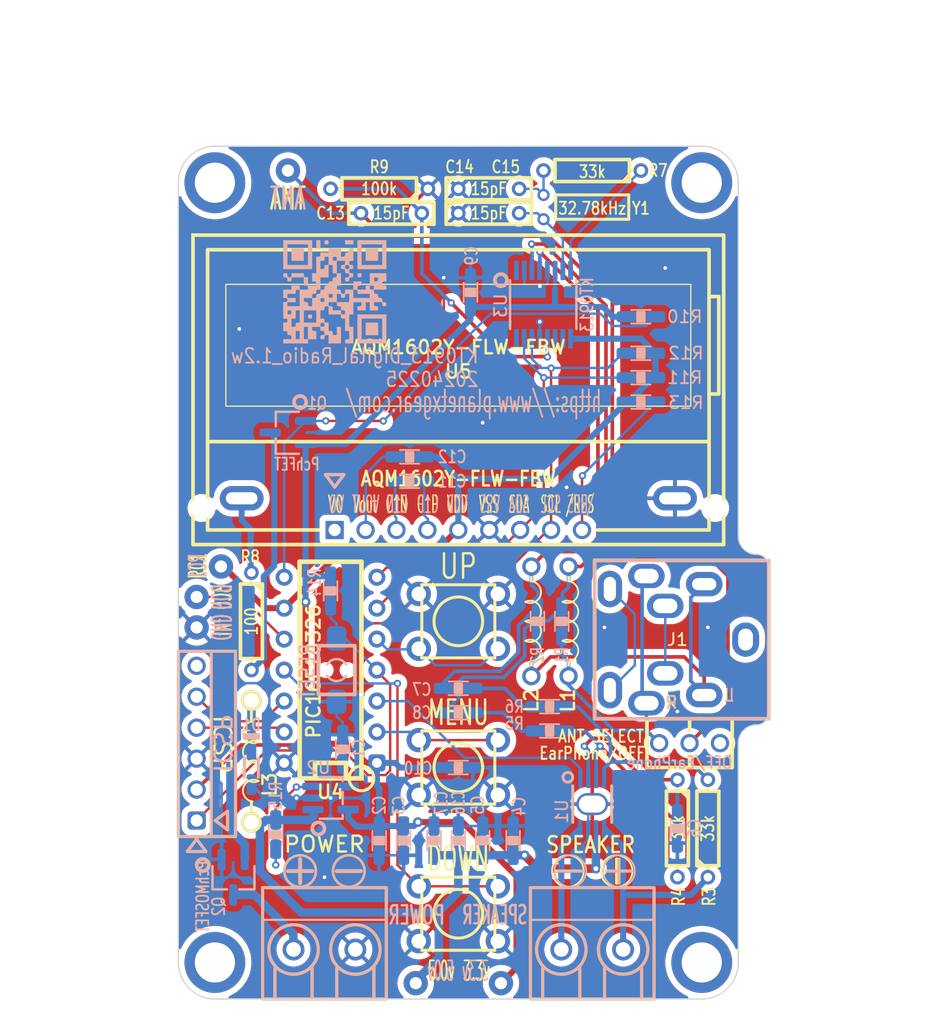
<source format=kicad_pcb>
(kicad_pcb (version 20221018) (generator pcbnew)
  (layers (0 "F.Cu" signal) (31 "B.Cu" signal) (34 "B.Paste" user) (35 "F.Paste" user) (36 "B.SilkS" user "B.Silkscreen") (37 "F.SilkS" user "F.Silkscreen") (38 "B.Mask" user) (39 "F.Mask" user) (44 "Edge.Cuts" user))
  (net 0 "")
  (net 1 "GND")
  (net 2 "+5.0V")
  (net 3 "+3.3V")
  (net 4 "Net-(U3-XI{slash}RCLK)")
  (net 5 "Net-(C8-Pad2)")
  (net 6 "Net-(C7-Pad2)")
  (net 7 "/POWER_RADIO_LCD")
  (net 8 "Net-(U5-VOUT)")
  (net 9 "Net-(U5-CAP1N)")
  (net 10 "Net-(U5-CAP1P)")
  (net 11 "/MCLR")
  (net 12 "/ICSPDATA")
  (net 13 "/ICSPCLK")
  (net 15 "unconnected-(J1-L2-Pad4)")
  (net 16 "unconnected-(J1-R2-Pad5)")
  (net 21 "/POWER_BackLight")
  (net 22 "/PBL1")
  (net 23 "/SP2")
  (net 24 "Net-(U3-XO)")
  (net 25 "/PBL2")
  (net 26 "/SDA")
  (net 27 "/SCL")
  (net 28 "Net-(U5-~{RST})")
  (net 29 "/SP1")
  (net 30 "/POWER_AMP")
  (net 37 "Net-(C15-Pad2)")
  (net 38 "/ANT2")
  (net 39 "/ANT1")
  (net 40 "/Rout1")
  (net 41 "/Lout1")
  (net 42 "/ANT3")
  (net 43 "/Lout2")
  (net 44 "Net-(U1-Bypass)")
  (net 45 "Net-(U1-IN-)")
  (net 46 "Net-(U1-IN+)")
  (net 47 "Net-(CN1-VCC)")
  (net 49 "Net-(U4-RA5)")
  (net 50 "Net-(U4-RC5)")
  (net 51 "Net-(U4-RA2)")
  (net 52 "Net-(PAD10-P)")
  (net 53 "Net-(D1-K)")
  (net 54 "Net-(U2-NC)")
  (net 55 "Net-(U2-CNTL)")
  (footprint "lib:DIP-14_300_MU" (layer "F.Cu") (at 112.5 93 90)
    (fp_text reference "U4")
    (fp_text value "PIC16F18326")
  )
  (footprint "lib:SW_PUSH-6mm_AK" (layer "F.Cu") (at 123 101)
    (fp_text reference "SW1" hide)
    (fp_text value "MENU")
  )
  (footprint "lib:PAD3mmX5mm" (layer "F.Cu") (at 143 53)
    (fp_text reference "PAD1" hide)
    (fp_text value "PAD" hide)
  )
  (footprint "lib:PAD1mmX2m" (layer "F.Cu") (at 109 52)
    (fp_text reference "ANT1" hide)
    (fp_text value "ANT")
  )
  (footprint "lib:JUMPER1-3" (layer "F.Cu") (at 139.5 99)
    (fp_text reference "JUMPER1" hide)
    (fp_text value "ANT SELECT")
  )
  (footprint "lib:PAD3mmX5mm" (layer "F.Cu") (at 103 117)
    (fp_text reference "PAD3" hide)
    (fp_text value "PAD" hide)
  )
  (footprint "lib:PAD1mmX2m" (layer "F.Cu") (at 101.5 87)
    (fp_text reference "PAD10" hide)
    (fp_text value "RC0")
  )
  (footprint "lib:PAD1mmX2m" (layer "F.Cu") (at 119.5 118.7)
    (fp_text reference "PAD6" hide)
    (fp_text value "5.0v")
  )
  (footprint "lib:R4_MU8mm" (layer "F.Cu") (at 143.5 110 90)
    (fp_text reference "R3")
    (fp_text value "33k")
  )
  (footprint "lib:L4_MU9mm" (layer "F.Cu") (at 132.059921 93.5 90)
    (fp_text reference "L1")
    (fp_text value "100uH" hide)
  )
  (footprint "lib:SW_PUSH-6mm_AK" (layer "F.Cu") (at 123 113)
    (fp_text reference "SW3" hide)
    (fp_text value "DOWN")
  )
  (footprint "lib:L4_MU9mm" (layer "F.Cu") (at 129 93.5 90)
    (fp_text reference "L2")
    (fp_text value "100uH" hide)
  )
  (footprint "lib:X_TAL_VT200" (layer "F.Cu") (at 130 55 -90)
    (fp_text reference "Y1")
    (fp_text value "32.78kHz")
  )
  (footprint "lib:R4_MU8mm" (layer "F.Cu") (at 138 52 180)
    (fp_text reference "R7")
    (fp_text value "33k")
  )
  (footprint "lib:PAD1mmX2m" (layer "F.Cu") (at 103.5 84.5)
    (fp_text reference "PAD5" hide)
    (fp_text value "RC1")
  )
  (footprint "lib:SW_PUSH-6mm_AK" (layer "F.Cu") (at 123 89 180)
    (fp_text reference "SW2" hide)
    (fp_text value "UP")
  )
  (footprint "lib:PAD3mmX5mm" (layer "F.Cu") (at 143 117)
    (fp_text reference "PAD4" hide)
    (fp_text value "PAD" hide)
  )
  (footprint "lib:C2_MU5mm" (layer "F.Cu") (at 120 55.5 180)
    (fp_text reference "C13")
    (fp_text value "15pF")
  )
  (footprint "lib:TERMINAL_2P_POWER" (layer "F.Cu") (at 112 120)
    (fp_text reference "CN1" hide)
    (fp_text value "POWER")
  )
  (footprint "lib:PAD1mmX2m" (layer "F.Cu") (at 101.5 89.5 -90)
    (fp_text reference "PAD8" hide)
    (fp_text value "GND")
  )
  (footprint "lib:JACK_EarPhone_MJ-352W-C_R" (layer "F.Cu") (at 148.5 90.5)
    (fp_text reference "J1")
    (fp_text value "MJ-352W-C/AJ-1780\n" hide)
  )
  (footprint "lib:L4_MU10mm" (layer "F.Cu") (at 106 95.5 -90)
    (fp_text reference "L3")
    (fp_text value "100uH" hide)
  )
  (footprint "lib:PAD3mmX5mm" (layer "F.Cu") (at 103 53)
    (fp_text reference "PAD2" hide)
    (fp_text value "PAD" hide)
  )
  (footprint "lib:C2_MU5mm" (layer "F.Cu") (at 123 53.5)
    (fp_text reference "C15")
    (fp_text value "15pF")
  )
  (footprint "lib:C2_MU5mm" (layer "F.Cu") (at 123 55.5)
    (fp_text reference "C14")
    (fp_text value "15pF")
  )
  (footprint "lib:LCD_AQM1602Y-FLW-FBW" (layer "F.Cu") (at 123 81.5)
    (fp_text reference "U5")
    (fp_text value "AQM1602Y-FLW-FBW")
  )
  (footprint "lib:R4_MU8mm" (layer "F.Cu") (at 141 102 -90)
    (fp_text reference "R4")
    (fp_text value "33k")
  )
  (footprint "lib:PAD1mmX2m" (layer "F.Cu") (at 126.5 118.7 90)
    (fp_text reference "PAD7" hide)
    (fp_text value "3.3v")
  )
  (footprint "lib:R4_MU8mm" (layer "F.Cu") (at 120.5 53.5 180)
    (fp_text reference "R9")
    (fp_text value "100k")
  )
  (footprint "lib:R4_MU8mm" (layer "F.Cu") (at 106 85 -90)
    (fp_text reference "R8")
    (fp_text value "100")
  )
  (footprint "lib:QHP_PlanetxGear" (layer "F.Cu") (at 93.5 83.5)
    (fp_text reference "O2" hide)
    (fp_text value "QHP_PlanetxGear" hide)
  )
  (footprint "lib:SMD_0603_1608_MU_HandSolder" (layer "B.Cu") (at 112.5 86.5 90)
    (fp_text reference "R14")
    (fp_text value "10k" hide)
  )
  (footprint "lib:SMD_0603_1608_MU_HandSolder" (layer "B.Cu") (at 138 64 180)
    (fp_text reference "R10")
    (fp_text value "10k" hide)
  )
  (footprint "lib:SMD_0603_1608_MU_HandSolder" (layer "B.Cu") (at 119 77.5)
    (fp_text reference "C11")
    (fp_text value "1uF" hide)
  )
  (footprint "lib:SMD_0603_1608_MU_HandSolder" (layer "B.Cu") (at 138 69 180)
    (fp_text reference "R11")
    (fp_text value "10k" hide)
  )
  (footprint "lib:SMD_0603_1608_MU_HandSolder" (layer "B.Cu") (at 123 96.5)
    (fp_text reference "C8")
    (fp_text value "1uF" hide)
  )
  (footprint "lib:SC-76A" (layer "B.Cu") (at 106 101 -90)
    (fp_text reference "D1")
    (fp_text value "HZU6.8GTRF-P-E" hide)
  )
  (footprint "lib:QR_PlanetxGear" (layer "B.Cu") (at 112.85 61.95 180)
    (fp_text reference "O1" hide)
    (fp_text value "QR_PlanetxGear" hide)
  )
  (footprint "lib:SMD_0603_1608_MU_HandSolder" (layer "B.Cu") (at 124 62 -90)
    (fp_text reference "C9")
    (fp_text value "1uF" hide)
  )
  (footprint "lib:SMD_0603_1608_MU_HandSolder" (layer "B.Cu") (at 108 106.5 90)
    (fp_text reference "R15")
    (fp_text value "10k" hide)
  )
  (footprint "lib:MSOP-8_3x3mm_P0.65mm_EP1.8x2.6mm_ThermalVias" (layer "B.Cu") (at 134 104 -90)
    (fp_text reference "U1")
    (fp_text value "NJU7089R" hide)
  )
  (footprint "lib:SSOP-16_MU_3.9x4.9mm_P0.635mm" (layer "B.Cu") (at 130 63 -90)
    (fp_text reference "U3")
    (fp_text value "KT0913")
  )
  (footprint "lib:SMD_0603_1608_MU_HandSolder" (layer "B.Cu") (at 116.5 107 -90)
    (fp_text reference "C2")
    (fp_text value "1uF" hide)
  )
  (footprint "lib:SMD_0603_1608_MU_HandSolder" (layer "B.Cu") (at 138 71 180)
    (fp_text reference "R13")
    (fp_text value "10k" hide)
  )
  (footprint "lib:PINHEAD1-PICkit_ICSP_Tin" (layer "B.Cu") (at 101.5 99 90)
    (fp_text reference "CN2" hide)
    (fp_text value "CN-ICSP" hide)
  )
  (footprint "lib:SMD_0603_1608_MU_HandSolder" (layer "B.Cu") (at 118.5 107 -90)
    (fp_text reference "C3")
    (fp_text value "1uF" hide)
  )
  (footprint "lib:SMD_0603_1608_MU_HandSolder" (layer "B.Cu") (at 113.5 99.5 90)
    (fp_text reference "C1")
    (fp_text value "1uF" hide)
  )
  (footprint "lib:SMD_0603_1608_MU_HandSolder" (layer "B.Cu") (at 130.5 96 180)
    (fp_text reference "R6")
    (fp_text value "10k" hide)
  )
  (footprint "lib:SMD_0603_1608_MU_HandSolder" (layer "B.Cu") (at 131.5 89 90)
    (fp_text reference "R1")
    (fp_text value "10k" hide)
  )
  (footprint "lib:SW_PUSH_TVAF06-A020B-R" (layer "B.Cu") (at 113 93 -90)
    (fp_text reference "SW4" hide)
    (fp_text value "RESET")
  )
  (footprint "lib:SMD_0603_1608_MU_HandSolder" (layer "B.Cu") (at 129.5 89 90)
    (fp_text reference "R2")
    (fp_text value "10k" hide)
  )
  (footprint "lib:SMD_0603_1608_MU_HandSolder" (layer "B.Cu") (at 127.5 107 -90)
    (fp_text reference "C4")
    (fp_text value "1uF" hide)
  )
  (footprint "lib:TERMINAL_2P" (layer "B.Cu") (at 134 120 180)
    (fp_text reference "SP1" hide)
    (fp_text value "SPEAKER")
  )
  (footprint "lib:SMD_0603_1608_MU_HandSolder" (layer "B.Cu") (at 138 67 180)
    (fp_text reference "R12")
    (fp_text value "10k" hide)
  )
  (footprint "lib:SMD_0603_1608_MU_HandSolder" (layer "B.Cu") (at 130.5 98 180)
    (fp_text reference "R5")
    (fp_text value "10k" hide)
  )
  (footprint "lib:SMD_0603_1608_MU_HandSolder" (layer "B.Cu") (at 123 107 90)
    (fp_text reference "C16")
    (fp_text value "1uF" hide)
  )
  (footprint "lib:SOT-23-3_MU_Handsoldering" (layer "B.Cu") (at 109 73.5 180)
    (fp_text reference "Q1")
    (fp_text value "SSM3J332R" hide)
  )
  (footprint "lib:SMD_0603_1608_MU_HandSolder" (layer "B.Cu") (at 141 106 -90)
    (fp_text reference "C6")
    (fp_text value "1uF" hide)
  )
  (footprint "lib:SOT-23-3_MU_Handsoldering" (layer "B.Cu") (at 104.5 110 -90)
    (fp_text reference "Q2")
    (fp_text value "SSM3J332R" hide)
  )
  (footprint "lib:SMD_0603_1608_MU_HandSolder" (layer "B.Cu") (at 121 107 90)
    (fp_text reference "C17")
    (fp_text value "1uF" hide)
  )
  (footprint "lib:SMD_0603_1608_MU_HandSolder" (layer "B.Cu") (at 123 101)
    (fp_text reference "C10")
    (fp_text value "1uF" hide)
  )
  (footprint "lib:SMD_0603_1608_MU_HandSolder" (layer "B.Cu") (at 119 75.5 180)
    (fp_text reference "C12")
    (fp_text value "1uF" hide)
  )
  (footprint "lib:SOT-23-5_MU_HandSoldering" (layer "B.Cu") (at 112.5 103.5)
    (fp_text reference "U2")
    (fp_text value "NJM2866F33")
  )
  (footprint "lib:SMD_0603_1608_MU_HandSolder" (layer "B.Cu") (at 125 107 -90)
    (fp_text reference "C5")
    (fp_text value "1uF" hide)
  )
  (footprint "lib:SMD_0603_1608_MU_HandSolder" (layer "B.Cu") (at 123 94.5)
    (fp_text reference "C7")
    (fp_text value "1uF" hide)
  )
  (gr_line (start 133.2 109.5) (end 131.2 109.5) (stroke (width 0.25)) (layer "B.SilkS"))
  (gr_circle (center 132.2 109.5) (end 132.2 108.2) (stroke (width 0.15)) (fill none) (layer "B.SilkS"))
  (gr_circle (center 136.2 109.5) (end 136.2 108.2) (stroke (width 0.15)) (fill none) (layer "B.SilkS"))
  (gr_line (start 137.2 109.5) (end 135.2 109.5) (stroke (width 0.25)) (layer "B.SilkS"))
  (gr_line (start 136.2 108.5) (end 136.2 110.5) (stroke (width 0.25)) (layer "B.SilkS"))
  (gr_circle (center 132 109.5) (end 132 108.2) (stroke (width 0.15)) (fill none) (layer "F.SilkS"))
  (gr_circle (center 136 109.5) (end 136 108.2) (stroke (width 0.15)) (fill none) (layer "F.SilkS"))
  (gr_line (start 136 110.5) (end 136 108.5) (stroke (width 0.25)) (layer "F.SilkS"))
  (gr_line (start 135 109.5) (end 137 109.5) (stroke (width 0.25)) (layer "F.SilkS"))
  (gr_line (start 131 109.5) (end 133 109.5) (stroke (width 0.25)) (layer "F.SilkS"))
  (gr_arc (start 147.5 83.5) (mid 146.43934 83.06066) (end 146 82) (stroke (width 0.1)) (layer "Edge.Cuts"))
  (gr_line (start 103 120) (end 143 120) (stroke (width 0.1)) (layer "Edge.Cuts"))
  (gr_arc (start 148.5 96.5) (mid 148.207107 97.207107) (end 147.5 97.5) (stroke (width 0.1)) (layer "Edge.Cuts"))
  (gr_line (start 146 53) (end 146 82) (stroke (width 0.1)) (layer "Edge.Cuts"))
  (gr_line (start 103 50) (end 143 50) (stroke (width 0.1)) (layer "Edge.Cuts"))
  (gr_arc (start 147.5 83.5) (mid 148.207107 83.792893) (end 148.5 84.5) (stroke (width 0.1)) (layer "Edge.Cuts"))
  (gr_line (start 146 99) (end 146 117) (stroke (width 0.1)) (layer "Edge.Cuts"))
  (gr_arc (start 100 53) (mid 100.87868 50.87868) (end 103 50) (stroke (width 0.1)) (layer "Edge.Cuts"))
  (gr_arc (start 143 50) (mid 145.12132 50.87868) (end 146 53) (stroke (width 0.1)) (layer "Edge.Cuts"))
  (gr_arc (start 103 120) (mid 100.87868 119.12132) (end 100 117) (stroke (width 0.1)) (layer "Edge.Cuts"))
  (gr_line (start 100 53) (end 100 117) (stroke (width 0.1)) (layer "Edge.Cuts"))
  (gr_arc (start 146 117) (mid 145.12132 119.12132) (end 143 120) (stroke (width 0.1)) (layer "Edge.Cuts"))
  (gr_line (start 148.5 84.5) (end 148.5 96.5) (stroke (width 0.1)) (layer "Edge.Cuts"))
  (gr_arc (start 146 99) (mid 146.43934 97.93934) (end 147.5 97.5) (stroke (width 0.1)) (layer "Edge.Cuts"))
  (gr_text "OFF/EarPhone" (at 145.6 101.2) (layer "B.SilkS") (effects (font (size 1 0.8) (thickness 0.15) bold) (justify left bottom mirror)))
  (gr_text "R" (at 141.1 96.25) (layer "B.SilkS") (effects (font (size 1 1)) (justify left bottom mirror)))
  (gr_text "KT0913_Digital_Radio_1.2w\n20240225" (at 124.75 69.85) (layer "B.SilkS") (effects (font (size 1.2 1)) (justify left bottom mirror)))
  (gr_text "L" (at 145.8 95.65) (layer "B.SilkS") (effects (font (size 1 1)) (justify left bottom mirror)))
  (gr_text "EarPhone/OFF" (at 129.57 100.42) (layer "F.SilkS") (effects (font (size 1 0.8) (thickness 0.15) bold) (justify left bottom)))
  (gr_text "R" (at 139.9 96.25) (layer "F.SilkS") (effects (font (size 1 1)) (justify left bottom)))
  (gr_text "L" (at 144.7 95.65) (layer "F.SilkS") (effects (font (size 1 1)) (justify left bottom)))
  (segment (start 124.87 113.86) (end 126.27 115.26) (width 0.2) (layer "F.Cu") (net 1))
  (segment (start 117.34 89.16) (end 119.75 86.75) (width 0.2) (layer "F.Cu") (net 1))
  (segment (start 118.3 113.77) (end 119.79 115.26) (width 0.2) (layer "F.Cu") (net 1))
  (segment (start 115 95) (end 115 89.52) (width 0.2) (layer "F.Cu") (net 1))
  (segment (start 129.69 64.41) (end 129.69 61.51) (width 0.2) (layer "F.Cu") (net 1))
  (segment (start 115 89.52) (end 115.36 89.16) (width 0.2) (layer "F.Cu") (net 1))
  (segment (start 125.54 81.5) (end 124.42 80.38) (width 0.2) (layer "F.Cu") (net 1))
  (segment (start 121.14 113.86) (end 124.87 113.86) (width 0.2) (layer "F.Cu") (net 1))
  (segment (start 114.54 115.936) (end 116.706 113.77) (width 0.2) (layer "F.Cu") (net 1))
  (segment (start 121.81 77.77) (end 121.81 60.8) (width 0.2) (layer "F.Cu") (net 1))
  (segment (start 140.8 78.9) (end 140.7 79) (width 0.2) (layer "F.Cu") (net 1))
  (segment (start 119.75 115.25) (end 121.14 113.86) (width 0.2) (layer "F.Cu") (net 1))
  (segment (start 116.706 113.77) (end 118.3 113.77) (width 0.2) (layer "F.Cu") (net 1))
  (segment (start 124.42 80.38) (end 121.81 77.77) (width 0.2) (layer "F.Cu") (net 1))
  (segment (start 115.36 89.16) (end 117.34 89.16) (width 0.2) (layer "F.Cu") (net 1))
  (segment (start 129.69 61.51) (end 129.7 61.5) (width 0.2) (layer "F.Cu") (net 1))
  (segment (start 121.81 60.8) (end 121.8 60.79) (width 0.2) (layer "F.Cu") (net 1))
  (via (at 129.69 64.41) (size 0.6) (drill 0.3) (layers "F.Cu" "B.Cu") (net 1))
  (via (at 125 72.7) (size 0.6) (drill 0.3) (layers "F.Cu" "B.Cu") (net 1))
  (via (at 141 96.4) (size 0.6) (drill 0.3) (layers "F.Cu" "B.Cu") (net 1))
  (via (at 115 95) (size 0.6) (drill 0.3) (layers "F.Cu" "B.Cu") (net 1))
  (via (at 129.7 61.5) (size 0.6) (drill 0.3) (layers "F.Cu" "B.Cu") (net 1))
  (via (at 131.9 78) (size 0.6) (drill 0.3) (layers "F.Cu" "B.Cu") (net 1))
  (via (at 112 110) (size 0.6) (drill 0.3) (layers "F.Cu" "B.Cu") (net 1))
  (via (at 121.8 60.79) (size 0.6) (drill 0.3) (layers "F.Cu" "B.Cu") (net 1))
  (via (at 143.5 89.5) (size 0.6) (drill 0.3) (layers "F.Cu" "B.Cu") (net 1))
  (via (at 109.7 103.5) (size 0.6) (drill 0.3) (layers "F.Cu" "B.Cu") (net 1))
  (via (at 112.5 103.5) (size 0.6) (drill 0.3) (layers "F.Cu" "B.Cu") (net 1))
  (via (at 140 60) (size 0.6) (drill 0.3) (layers "F.Cu" "B.Cu") (net 1))
  (via (at 105 65) (size 0.6) (drill 0.3) (layers "F.Cu" "B.Cu") (net 1))
  (via (at 135 89.5) (size 0.6) (drill 0.3) (layers "F.Cu" "B.Cu") (net 1))
  (segment (start 116.5 108.2) (end 119.46 108.2) (width 0.2) (layer "B.Cu") (net 1))
  (segment (start 129.82 111.68) (end 129.82 105.8) (width 0.2) (layer "B.Cu") (net 1))
  (segment (start 113 96.8) (end 113 95.6) (width 0.2) (layer "B.Cu") (net 1))
  (segment (start 126.54 61.5) (end 125.83 60.79) (width 0.2) (layer "B.Cu") (net 1))
  (segment (start 136.49 104) (end 139.69 107.2) (width 0.2) (layer "B.Cu") (net 1))
  (segment (start 128.4125 60.2) (end 128.4125 61.4925) (width 0.2) (layer "B.Cu") (net 1))
  (segment (start 131.62 104) (end 129.82 105.8) (width 0.2) (layer "B.Cu") (net 1))
  (segment (start 125.83 60.79) (end 123.97 60.79) (width 0.2) (layer "B.Cu") (net 1))
  (segment (start 126.25 115.25) (end 129.82 111.68) (width 0.2) (layer "B.Cu") (net 1))
  (segment (start 133.675 106.9) (end 133.25 107.325) (width 0.2) (layer "B.Cu") (net 1))
  (segment (start 124.4 82.64) (end 124.4 84.94) (width 0.2) (layer "B.Cu") (net 1))
  (segment (start 107.47 94.995) (end 106.55 94.075) (width 0.2) (layer "B.Cu") (net 1))
  (segment (start 114 95.6) (end 113 95.6) (width 0.2) (layer "B.Cu") (net 1))
  (segment (start 123.98 60.79) (end 123.99 60.8) (width 0.2) (layer "B.Cu") (net 1))
  (segment (start 127.52 104.52) (end 127.52 105.76) (width 0.2) (layer "B.Cu") (net 1))
  (segment (start 140.8 78.9) (end 128.17 78.9) (width 0.2) (layer "B.Cu") (net 1))
  (segment (start 106.91 102.4) (end 106.02 102.4) (width 0.2) (layer "B.Cu") (net 1))
  (segment (start 115 95) (end 114.4 95.6) (width 0.2) (layer "B.Cu") (net 1))
  (segment (start 133.675 106.1) (end 133.675 106.9) (width 0.2) (layer "B.Cu") (net 1))
  (segment (start 128.42 61.5) (end 126.54 61.5) (width 0.2) (layer "B.Cu") (net 1))
  (segment (start 119.75 103.25) (end 121 104.5) (width 0.2) (layer "B.Cu") (net 1))
  (segment (start 121 105.8) (end 123 105.8) (width 0.2) (layer "B.Cu") (net 1))
  (segment (start 120.5 53.5) (end 121.44 52.56) (width 0.2) (layer "B.Cu") (net 1))
  (segment (start 130.07 61.5) (end 129.7 61.5) (width 0.2) (layer "B.Cu") (net 1))
  (segment (start 108.69 100.62) (end 107.47 99.4) (width 0.2) (layer "B.Cu") (net 1))
  (segment (start 113.46 108.23) (end 112.5 107.27) (width 0.2) (layer "B.Cu") (net 1))
  (segment (start 123.98 60.72) (end 123.97 60.73) (width 0.2) (layer "B.Cu") (net 1))
  (segment (start 124.2 101) (end 124.2 102.19) (width 0.2) (layer "B.Cu") (net 1))
  (segment (start 112.5 103.5) (end 111.05 103.5) (width 0.2) (layer "B.Cu") (net 1))
  (segment (start 103.55 102.33) (end 101.48 100.26) (width 0.2) (layer "B.Cu") (net 1))
  (segment (start 125.19 102.19) (end 124.2 102.19) (width 0.2) (layer "B.Cu") (net 1))
  (segment (start 133.25 107.325) (end 133.25 107.85) (width 0.2) (layer "B.Cu") (net 1))
  (segment (start 126.25 103.25) (end 127.52 104.52) (width 0.2) (layer "B.Cu") (net 1))
  (segment (start 116.5 108.23) (end 113.46 108.23) (width 0.2) (layer "B.Cu") (net 1))
  (segment (start 103.175 94.075) (end 103.15 94.1) (width 0.2) (layer "B.Cu") (net 1))
  (segment (start 103.15 91.15) (end 101.5 89.5) (width 0.2) (layer "B.Cu") (net 1))
  (segment (start 133.675 104.325) (end 134 104) (width 0.2) (layer "B.Cu") (net 1))
  (segment (start 121.8 60.79) (end 123.98 60.79) (width 0.2) (layer "B.Cu") (net 1))
  (segment (start 130.3175 60.2) (end 130.3175 61.2525) (width 0.2) (layer "B.Cu") (net 1))
  (segment (start 134 104) (end 136.49 104) (width 0.2) (layer "B.Cu") (net 1))
  (segment (start 129.7 61.5) (end 128.42 61.5) (width 0.2) (layer "B.Cu") (net 1))
  (segment (start 121.56 84.94) (end 124.4 84.94) (width 0.2) (layer "B.Cu") (net 1))
  (segment (start 124.2 102.19) (end 120.77 102.19) (width 0.2) (layer "B.Cu") (net 1))
  (segment (start 123 55.5) (end 123.98 56.48) (width 0.2) (layer "B.Cu") (net 1))
  (segment (start 107.47 99.4) (end 107.47 94.995) (width 0.2) (layer "B.Cu") (net 1))
  (segment (start 120.77 102.19) (end 119.76 103.2) (width 0.2) (layer "B.Cu") (net 1))
  (segment (start 119.73 106.44) (end 120.37 105.8) (width 0.2) (layer "B.Cu") (net 1))
  (segment (start 103.15 98.68) (end 101.56 100.27) (width 0.2) (layer "B.Cu") (net 1))
  (segment (start 103.55 108.55) (end 103.55 102.33) (width 0.2) (layer "B.Cu") (net 1))
  (segment (start 113.5 98.3) (end 113.5 97.3) (width 0.2) (layer "B.Cu") (net 1))
  (segment (start 125.54 81.5) (end 124.4 82.64) (width 0.2) (layer "B.Cu") (net 1))
  (segment (start 139.69 107.2) (end 141 107.2) (width 0.2) (layer "B.Cu") (net 1))
  (segment (start 119.46 108.2) (end 119.73 107.93) (width 0.2) (layer "B.Cu") (net 1))
  (segment (start 108.69 100.62) (end 106.91 102.4) (width 0.2) (layer "B.Cu") (net 1))
  (segment (start 113.1 96.9) (end 113 96.8) (width 0.2) (layer "B.Cu") (net 1))
  (segment (start 121.44 52.56) (end 122.03 52.56) (width 0.2) (layer "B.Cu") (net 1))
  (segment (start 129.6825 64.4175) (end 129.69 64.41) (width 0.2) (layer "B.Cu") (net 1))
  (segment (start 119.73 107.93) (end 119.73 106.44) (width 0.2) (layer "B.Cu") (net 1))
  (segment (start 128.17 78.9) (end 125.53 81.54) (width 0.2) (layer "B.Cu") (net 1))
  (segment (start 113.5 97.3) (end 113.1 96.9) (width 0.2) (layer "B.Cu") (net 1))
  (segment (start 114.4 95.6) (end 114 95.6) (width 0.2) (layer "B.Cu") (net 1))
  (segment (start 106.55 94.075) (end 103.175 94.075) (width 0.2) (layer "B.Cu") (net 1))
  (segment (start 120.37 105.8) (end 121 105.8) (width 0.2) (layer "B.Cu") (net 1))
  (segment (start 123.74 54.79) (end 122.97 55.56) (width 0.2) (layer "B.Cu") (net 1))
  (segment (start 112.5 103.5) (end 112.5 101.9) (width 0.2) (layer "B.Cu") (net 1))
  (segment (start 103.15 95.2) (end 103.15 91.15) (width 0.2) (layer "B.Cu") (net 1))
  (segment (start 124.4 84.94) (end 126.21 86.75) (width 0.2) (layer "B.Cu") (net 1))
  (segment (start 121 104.5) (end 121 105.79) (width 0.2) (layer "B.Cu") (net 1))
  (segment (start 123 53.5) (end 123.74 54.24) (width 0.2) (layer "B.Cu") (net 1))
  (segment (start 130.3175 61.2525) (end 130.07 61.5) (width 0.2) (layer "B.Cu") (net 1))
  (segment (start 134 104) (end 131.62 104) (width 0.2) (layer "B.Cu") (net 1))
  (segment (start 112.5 107.27) (end 112.5 103.5) (width 0.2) (layer "B.Cu") (net 1))
  (segment (start 119.75 86.75) (end 121.56 84.94) (width 0.2) (layer "B.Cu") (net 1))
  (segment (start 133.675 106.1) (end 133.675 104.325) (width 0.2) (layer "B.Cu") (net 1))
  (segment (start 103.15 97.48) (end 103.15 95.2) (width 0.2) (layer "B.Cu") (net 1))
  (segment (start 128.4125 61.4925) (end 128.42 61.5) (width 0.2) (layer "B.Cu") (net 1))
  (segment (start 103.15 94.1) (end 103.15 95.2) (width 0.2) (layer "B.Cu") (net 1))
  (segment (start 109.7 103.5) (end 111 103.5) (width 0.2) (layer "B.Cu") (net 1))
  (segment (start 122.03 52.56) (end 123 53.53) (width 0.2) (layer "B.Cu") (net 1))
  (segment (start 129.6825 65.8) (end 129.6825 64.4175) (width 0.2) (layer "B.Cu") (net 1))
  (segment (start 126.25 103.25) (end 125.19 102.19) (width 0.2) (layer "B.Cu") (net 1))
  (segment (start 129.82 105.8) (end 123 105.8) (width 0.2) (layer "B.Cu") (net 1))
  (segment (start 123.74 54.24) (end 123.74 54.79) (width 0.2) (layer "B.Cu") (net 1))
  (segment (start 103.15 97.48) (end 103.15 98.68) (width 0.2) (layer "B.Cu") (net 1))
  (segment (start 123.98 56.48) (end 123.98 60.72) (width 0.2) (layer "B.Cu") (net 1))
  (segment (start 129.54 109.3) (end 128.44 108.2) (width 0.7) (layer "F.Cu") (net 2))
  (segment (start 134.3 109.3) (end 129.54 109.3) (width 0.7) (layer "F.Cu") (net 2))
  (via (at 134.3 109.3) (size 0.8) (drill 0.4) (layers "F.Cu" "B.Cu") (net 2))
  (via (at 128.44 108.2) (size 0.8) (drill 0.4) (layers "F.Cu" "B.Cu") (net 2))
  (segment (start 106.7 106) (end 106.7 109.5) (width 0.7) (layer "B.Cu") (net 2))
  (segment (start 107.2 105.3) (end 108 105.3) (width 0.7) (layer "B.Cu") (net 2))
  (segment (start 121.4 112.9) (end 121.35 112.85) (width 0.7) (layer "B.Cu") (net 2))
  (segment (start 123 108.2) (end 125 108.2) (width 0.7) (layer "B.Cu") (net 2))
  (segment (start 125 108.2) (end 127.5 108.2) (width 0.7) (layer "B.Cu") (net 2))
  (segment (start 119.5 118.5) (end 121.4 116.6) (width 0.7) (layer "B.Cu") (net 2))
  (segment (start 106 105.5) (end 107 105.5) (width 0.7) (layer "B.Cu") (net 2))
  (segment (start 121.35 112.85) (end 123 111.2) (width 0.7) (layer "B.Cu") (net 2))
  (segment (start 106 105.5) (end 106.2 105.5) (width 0.7) (layer "B.Cu") (net 2))
  (segment (start 111.1 105) (end 111.1 104.5) (width 0.7) (layer "B.Cu") (net 2))
  (segment (start 121.4 116.6) (end 121.4 112.9) (width 0.7) (layer "B.Cu") (net 2))
  (segment (start 107 105.5) (end 107.2 105.3) (width 0.7) (layer "B.Cu") (net 2))
  (segment (start 134.3 109.3) (end 134.3 107.173026) (width 0.7) (layer "B.Cu") (net 2))
  (segment (start 128.44 108.2) (end 127.5 108.2) (width 0.7) (layer "B.Cu") (net 2))
  (segment (start 106.7 109.5) (end 110.1 112.9) (width 0.7) (layer "B.Cu") (net 2))
  (segment (start 106.2 105.5) (end 106.7 106) (width 0.7) (layer "B.Cu") (net 2))
  (segment (start 134.325 106.1) (end 134.325 107.213487) (width 0.35) (layer "B.Cu") (net 2))
  (segment (start 110.1 112.9) (end 121.3 112.9) (width 0.7) (layer "B.Cu") (net 2))
  (segment (start 121 108.2) (end 123 108.2) (width 0.7) (layer "B.Cu") (net 2))
  (segment (start 108 105.3) (end 110.8 105.3) (width 0.7) (layer "B.Cu") (net 2))
  (segment (start 110.8 105.3) (end 111.1 105) (width 0.7) (layer "B.Cu") (net 2))
  (segment (start 121.3 112.9) (end 121.35 112.85) (width 0.7) (layer "B.Cu") (net 2))
  (segment (start 123 111.2) (end 123 108.1) (width 0.7) (layer "B.Cu") (net 2))
  (segment (start 110.44 99.06) (end 110.35 99.15) (width 0.3) (layer "F.Cu") (net 3))
  (segment (start 101.5 102.8) (end 101.5 102.81) (width 0.5) (layer "F.Cu") (net 3))
  (segment (start 110.45 99.05) (end 113.85 99.05) (width 0.5) (layer "F.Cu") (net 3))
  (segment (start 110.45 87.4) (end 110.45 99.05) (width 0.5) (layer "F.Cu") (net 3))
  (segment (start 105.15 99.15) (end 101.5 102.8) (width 0.3) (layer "F.Cu") (net 3))
  (segment (start 110.35 99.15) (end 105.15 99.15) (width 0.3) (layer "F.Cu") (net 3))
  (segment (start 127.78 117.43) (end 126.52 118.69) (width 0.5) (layer "F.Cu") (net 3))
  (segment (start 123.34 105.48) (end 127.78 109.92) (width 0.5) (layer "F.Cu") (net 3))
  (segment (start 119.68 105.48) (end 123.34 105.48) (width 0.5) (layer "F.Cu") (net 3))
  (segment (start 113.85 99.05) (end 115.42 100.62) (width 0.5) (layer "F.Cu") (net 3))
  (segment (start 115.42 100.62) (end 116.31 100.62) (width 0.5) (layer "F.Cu") (net 3))
  (segment (start 127.78 109.92) (end 127.78 117.43) (width 0.5) (layer "F.Cu") (net 3))
  (via (at 110.45 87.4) (size 0.8) (drill 0.4) (layers "F.Cu" "B.Cu") (net 3))
  (via (at 119.68 105.48) (size 0.8) (drill 0.4) (layers "F.Cu" "B.Cu") (net 3))
  (segment (start 118.2 101) (end 121.8 101) (width 0.5) (layer "B.Cu") (net 3))
  (segment (start 116.5 102.7) (end 116.5 105.8) (width 0.5) (layer "B.Cu") (net 3))
  (segment (start 130.96 63.2) (end 134.9 63.2) (width 0.5) (layer "B.Cu") (net 3))
  (segment (start 130.94 63.16) (end 130.94 61.73) (width 0.5) (layer "B.Cu") (net 3))
  (segment (start 116.31 101.89) (end 116.31 102.51) (width 0.5) (layer "B.Cu") (net 3))
  (segment (start 135.7 64) (end 136.8 64) (width 0.5) (layer "B.Cu") (net 3))
  (segment (start 118.5 105.8) (end 119.36 105.8) (width 0.5) (layer "B.Cu") (net 3))
  (segment (start 124 64.2) (end 113.75 74.45) (width 0.5) (layer "B.Cu") (net 3))
  (segment (start 116.31 100.62) (end 117.82 100.62) (width 0.5) (layer "B.Cu") (net 3))
  (segment (start 110.45 87.4) (end 110.45 85.3) (width 0.5) (layer "B.Cu") (net 3))
  (segment (start 130.94 60.28) (end 130.9 60.24) (width 0.3) (layer "B.Cu") (net 3))
  (segment (start 113.95 105.15) (end 114.65 105.85) (width 0.5) (layer "B.Cu") (net 3))
  (segment (start 116.31 102.51) (end 116.5 102.7) (width 0.5) (layer "B.Cu") (net 3))
  (segment (start 134.9 63.2) (end 135.7 64) (width 0.5) (layer "B.Cu") (net 3))
  (segment (start 130.94 61.73) (end 130.94 60.28) (width 0.3) (layer "B.Cu") (net 3))
  (segment (start 124 63.2) (end 130.9 63.2) (width 0.5) (layer "B.Cu") (net 3))
  (segment (start 119.36 105.8) (end 119.68 105.48) (width 0.5) (layer "B.Cu") (net 3))
  (segment (start 117.82 100.62) (end 118.2 101) (width 0.5) (layer "B.Cu") (net 3))
  (segment (start 112.5 85.3) (end 110.45 85.3) (width 0.5) (layer "B.Cu") (net 3))
  (segment (start 114.65 105.85) (end 116.5 105.85) (width 0.5) (layer "B.Cu") (net 3))
  (segment (start 124 63.2) (end 124 64.2) (width 0.5) (layer "B.Cu") (net 3))
  (segment (start 110.45 85.3) (end 110.45 74.45) (width 0.5) (layer "B.Cu") (net 3))
  (segment (start 113.95 104.45) (end 113.95 105.15) (width 0.5) (layer "B.Cu") (net 3))
  (segment (start 116.5 105.8) (end 118.5 105.8) (width 0.5) (layer "B.Cu") (net 3))
  (segment (start 116.31 100.62) (end 116.31 101.89) (width 0.5) (layer "B.Cu") (net 3))
  (segment (start 113.75 74.45) (end 110.5 74.45) (width 0.5) (layer "B.Cu") (net 3))
  (segment (start 131.5875 60.2) (end 131.5875 57.5875) (width 0.2) (layer "B.Cu") (net 4))
  (segment (start 129.5 55.5) (end 130 56) (width 0.2) (layer "B.Cu") (net 4))
  (segment (start 131.5875 57.5875) (end 130 56) (width 0.2) (layer "B.Cu") (net 4))
  (segment (start 128 55.5) (end 129.5 55.5) (width 0.2) (layer "B.Cu") (net 4))
  (segment (start 124.2 96.5) (end 126.7 96.5) (width 0.3) (layer "B.Cu") (net 5))
  (segment (start 126.85 96.65) (end 128.2 98) (width 0.3) (layer "B.Cu") (net 5))
  (segment (start 128.2 98) (end 129.3 98) (width 0.3) (layer "B.Cu") (net 5))
  (segment (start 126.7 96.5) (end 126.85 96.65) (width 0.3) (layer "B.Cu") (net 5))
  (segment (start 128.3 96) (end 126.9 94.6) (width 0.3) (layer "B.Cu") (net 6))
  (segment (start 126.8 94.5) (end 126.9 94.6) (width 0.3) (layer "B.Cu") (net 6))
  (segment (start 124.2 94.5) (end 126.8 94.5) (width 0.3) (layer "B.Cu") (net 6))
  (segment (start 129.3 96) (end 128.3 96) (width 0.3) (layer "B.Cu") (net 6))
  (segment (start 108.69 87.92) (end 107.12 87.92) (width 0.5) (layer "F.Cu") (net 7))
  (segment (start 108.69 87.92) (end 112.8 83.81) (width 0.5) (layer "F.Cu") (net 7))
  (segment (start 107.12 87.92) (end 103.7 84.5) (width 0.5) (layer "F.Cu") (net 7))
  (segment (start 120.61 83.81) (end 122.97 81.45) (width 0.5) (layer "F.Cu") (net 7))
  (segment (start 112.8 83.81) (end 120.61 83.81) (width 0.5) (layer "F.Cu") (net 7))
  (segment (start 139.2 67) (end 138 65.8) (width 0.5) (layer "B.Cu") (net 7))
  (segment (start 121.2 75.5) (end 123 77.3) (width 0.5) (layer "B.Cu") (net 7))
  (segment (start 136.99 71) (end 136.8 71) (width 0.5) (layer "B.Cu") (net 7))
  (segment (start 120.2 75.5) (end 121.2 75.5) (width 0.5) (layer "B.Cu") (net 7))
  (segment (start 139.2 69) (end 138.99 69) (width 0.5) (layer "B.Cu") (net 7))
  (segment (start 136.8 71) (end 130.5 77.3) (width 0.5) (layer "B.Cu") (net 7))
  (segment (start 123 77.3) (end 130.5 77.3) (width 0.5) (layer "B.Cu") (net 7))
  (segment (start 138.99 69) (end 136.99 71) (width 0.5) (layer "B.Cu") (net 7))
  (segment (start 123 77.3) (end 123 81.5) (width 0.5) (layer "B.Cu") (net 7))
  (segment (start 138 65.8) (end 132.3 65.8) (width 0.5) (layer "B.Cu") (net 7))
  (segment (start 139.2 67) (end 139.2 69) (width 0.5) (layer "B.Cu") (net 7))
  (segment (start 117.8 75.5) (end 116.8 75.5) (width 0.2) (layer "B.Cu") (net 8))
  (segment (start 115.4 76.9) (end 115.4 81.5) (width 0.2) (layer "B.Cu") (net 8))
  (segment (start 116.8 75.5) (end 115.4 76.9) (width 0.2) (layer "B.Cu") (net 8))
  (segment (start 117.9 80.5) (end 117.9 81.5) (width 0.2) (layer "B.Cu") (net 9))
  (segment (start 117.8 77.5) (end 117.8 80.4) (width 0.2) (layer "B.Cu") (net 9))
  (segment (start 117.8 80.4) (end 117.9 80.5) (width 0.2) (layer "B.Cu") (net 9))
  (segment (start 120.5 80.6) (end 120.5 81.5) (width 0.2) (layer "B.Cu") (net 10))
  (segment (start 120.2 77.5) (end 120.2 80.3) (width 0.2) (layer "B.Cu") (net 10))
  (segment (start 120.2 80.3) (end 120.5 80.6) (width 0.2) (layer "B.Cu") (net 10))
  (segment (start 117.4 101.240434) (end 117.4 94.18) (width 0.2) (layer "F.Cu") (net 11))
  (segment (start 113.557818 99.6) (end 115.576318 101.6185) (width 0.2) (layer "F.Cu") (net 11))
  (segment (start 117.021934 101.6185) (end 117.4 101.240434) (width 0.2) (layer "F.Cu") (net 11))
  (segment (start 107.25 99.6) (end 113.557818 99.6) (width 0.2) (layer "F.Cu") (net 11))
  (segment (start 115.576318 101.6185) (end 117.021934 101.6185) (width 0.2) (layer "F.Cu") (net 11))
  (segment (start 117.4 94.18) (end 116.26 93.04) (width 0.2) (layer "F.Cu") (net 11))
  (segment (start 101.5 105.35) (end 107.25 99.6) (width 0.2) (layer "F.Cu") (net 11))
  (segment (start 113 89.7) (end 116.24 92.94) (width 0.2) (layer "B.Cu") (net 11))
  (segment (start 112.5 88.7) (end 113 89.2) (width 0.2) (layer "B.Cu") (net 11))
  (segment (start 116.24 92.94) (end 116.24 92.99) (width 0.2) (layer "B.Cu") (net 11))
  (segment (start 113 89.2) (end 113 89.7) (width 0.2) (layer "B.Cu") (net 11))
  (segment (start 112.5 87.7) (end 112.5 88.7) (width 0.2) (layer "B.Cu") (net 11))
  (segment (start 108.3 97.73) (end 108.62 98.05) (width 0.2) (layer "F.Cu") (net 12))
  (segment (start 101.5 97.73) (end 108.3 97.73) (width 0.2) (layer "F.Cu") (net 12))
  (segment (start 103.51 97.2) (end 106.96 97.2) (width 0.2) (layer "F.Cu") (net 13))
  (segment (start 106.96 97.2) (end 108.64 95.52) (width 0.2) (layer "F.Cu") (net 13))
  (segment (start 101.5 95.19) (end 103.51 97.2) (width 0.2) (layer "F.Cu") (net 13))
  (segment (start 135.45 86.35) (end 137.5 88.4) (width 0.2) (layer "B.Cu") (net 15))
  (segment (start 137.5 92.6) (end 135.45 94.65) (width 0.2) (layer "B.Cu") (net 15))
  (segment (start 135.45 94.65) (end 135.5 94.7) (width 0.2) (layer "B.Cu") (net 15))
  (segment (start 137.5 88.4) (end 137.5 92.6) (width 0.2) (layer "B.Cu") (net 15))
  (segment (start 140 87.73) (end 140 93.3) (width 0.2) (layer "B.Cu") (net 16))
  (segment (start 112.11 72.55) (end 116.83 72.55) (width 0.2) (layer "F.Cu") (net 21))
  (segment (start 116.83 72.55) (end 116.84 72.56) (width 0.2) (layer "F.Cu") (net 21))
  (via (at 116.84 72.56) (size 0.6) (drill 0.3) (layers "F.Cu" "B.Cu") (net 21))
  (via (at 112.11 72.55) (size 0.6) (drill 0.3) (layers "F.Cu" "B.Cu") (net 21))
  (segment (start 108.69 74.33) (end 110.42 72.6) (width 0.2) (layer "B.Cu") (net 21))
  (segment (start 125.65 63.75) (end 134.672182 63.75) (width 0.2) (layer "B.Cu") (net 21))
  (segment (start 110.45 72.55) (end 112.11 72.55) (width 0.2) (layer "B.Cu") (net 21))
  (segment (start 134.672182 63.75) (end 135.682182 64.76) (width 0.2) (layer "B.Cu") (net 21))
  (segment (start 108.69 85.38) (end 108.69 74.33) (width 0.2) (layer "B.Cu") (net 21))
  (segment (start 138.44 64.76) (end 139.2 64) (width 0.2) (layer "B.Cu") (net 21))
  (segment (start 135.682182 64.76) (end 138.44 64.76) (width 0.2) (layer "B.Cu") (net 21))
  (segment (start 116.84 72.56) (end 125.65 63.75) (width 0.2) (layer "B.Cu") (net 21))
  (segment (start 107.02 85.3) (end 107.02 92.02) (width 0.5) (layer "B.Cu") (net 22))
  (segment (start 107.875 84.445) (end 107.02 85.3) (width 0.5) (layer "B.Cu") (net 22))
  (segment (start 107.55 73.5) (end 107.875 73.825) (width 0.5) (layer "B.Cu") (net 22))
  (segment (start 107.875 73.825) (end 107.875 84.445) (width 0.5) (layer "B.Cu") (net 22))
  (segment (start 107.02 92.02) (end 106.04 93) (width 0.5) (layer "B.Cu") (net 22))
  (segment (start 136.54 111.45) (end 142.1 111.45) (width 0.5) (layer "B.Cu") (net 23))
  (segment (start 136.54 107.54) (end 136.54 111.45) (width 0.5) (layer "B.Cu") (net 23))
  (segment (start 142.1 111.45) (end 143.55 110) (width 0.5) (layer "B.Cu") (net 23))
  (segment (start 136.54 111.45) (end 136.54 115.936) (width 0.5) (layer "B.Cu") (net 23))
  (segment (start 135.1 106.1) (end 136.54 107.54) (width 0.5) (layer "B.Cu") (net 23))
  (segment (start 134.975 106.1) (end 135.1 106.1) (width 0.3) (layer "B.Cu") (net 23))
  (segment (start 132.2225 60.2) (end 132.2225 57.7775) (width 0.2) (layer "B.Cu") (net 24))
  (segment (start 132.2225 57.7775) (end 138 52) (width 0.2) (layer "B.Cu") (net 24))
  (segment (start 105.2 78.9) (end 105.2 80.7) (width 0.5) (layer "B.Cu") (net 25))
  (segment (start 105.2 80.7) (end 105.94 81.44) (width 0.5) (layer "B.Cu") (net 25))
  (segment (start 105.94 81.44) (end 105.94 85.01) (width 0.5) (layer "B.Cu") (net 25))
  (segment (start 117.1 84.59) (end 124.96 84.59) (width 0.2) (layer "F.Cu") (net 26))
  (segment (start 124.96 84.59) (end 128.03 81.52) (width 0.2) (layer "F.Cu") (net 26))
  (segment (start 130.02 79.56) (end 130.02 69.0005) (width 0.2) (layer "F.Cu") (net 26))
  (segment (start 128.08 81.5) (end 130.02 79.56) (width 0.2) (layer "F.Cu") (net 26))
  (segment (start 116.31 85.38) (end 117.1 84.59) (width 0.2) (layer "F.Cu") (net 26))
  (segment (start 130.02 69.0005) (end 130.0205 69) (width 0.2) (layer "F.Cu") (net 26))
  (via (at 130.0205 69) (size 0.6) (drill 0.3) (layers "F.Cu" "B.Cu") (net 26))
  (segment (start 130 69) (end 128.4 67.4) (width 0.2) (layer "B.Cu") (net 26))
  (segment (start 128.4 67.4) (end 128.4 65.8) (width 0.2) (layer "B.Cu") (net 26))
  (segment (start 136.8 69) (end 130 69) (width 0.2) (layer "B.Cu") (net 26))
  (segment (start 116.31 87.92) (end 119.24 84.99) (width 0.2) (layer "F.Cu") (net 27))
  (segment (start 130.460872 81.42) (end 130.64 81.42) (width 0.2) (layer "F.Cu") (net 27))
  (segment (start 130.62 81.5) (end 130.62 68.22) (width 0.2) (layer "F.Cu") (net 27))
  (segment (start 119.24 84.99) (end 126.890872 84.99) (width 0.2) (layer "F.Cu") (net 27))
  (segment (start 126.890872 84.99) (end 130.460872 81.42) (width 0.2) (layer "F.Cu") (net 27))
  (via (at 130.62 68.22) (size 0.6) (drill 0.3) (layers "F.Cu" "B.Cu") (net 27))
  (segment (start 135.3 68.2) (end 136.6 66.9) (width 0.2) (layer "B.Cu") (net 27))
  (segment (start 136.6 66.9) (end 136.8 66.9) (width 0.2) (layer "B.Cu") (net 27))
  (segment (start 129.0475 65.8) (end 129.0475 67.4675) (width 0.2) (layer "B.Cu") (net 27))
  (segment (start 129.0475 67.4675) (end 129.78 68.2) (width 0.2) (layer "B.Cu") (net 27))
  (segment (start 129.78 68.2) (end 135.3 68.2) (width 0.2) (layer "B.Cu") (net 27))
  (segment (start 133.16 81.5) (end 133.16 77.04) (width 0.2) (layer "F.Cu") (net 28))
  (via (at 133.2 77.05) (size 0.6) (drill 0.3) (layers "F.Cu" "B.Cu") (net 28))
  (segment (start 133.2 77) (end 139.2 71) (width 0.2) (layer "B.Cu") (net 28))
  (segment (start 133.15 77.05) (end 133.2 77.05) (width 0.2) (layer "B.Cu") (net 28))
  (segment (start 133.2 77.05) (end 133.2 77) (width 0.2) (layer "B.Cu") (net 28))
  (segment (start 133.16 77.04) (end 133.15 77.05) (width 0.2) (layer "B.Cu") (net 28))
  (segment (start 133.025 106.1) (end 132.9 106.1) (width 0.3) (layer "B.Cu") (net 29))
  (segment (start 131.46 107.54) (end 131.46 115.936) (width 0.5) (layer "B.Cu") (net 29))
  (segment (start 132.9 106.1) (end 131.46 107.54) (width 0.5) (layer "B.Cu") (net 29))
  (segment (start 123.5 100.2) (end 118.85 95.55) (width 0.2) (layer "B.Cu") (net 30))
  (segment (start 132.15 100.2) (end 123.5 100.2) (width 0.2) (layer "B.Cu") (net 30))
  (segment (start 118.85 95.55) (end 116.3 95.55) (width 0.2) (layer "B.Cu") (net 30))
  (segment (start 133.025 101.075) (end 132.15 100.2) (width 0.2) (layer "B.Cu") (net 30))
  (segment (start 133.025 101.9) (end 133.025 101.075) (width 0.2) (layer "B.Cu") (net 30))
  (segment (start 129.5 53.5) (end 130 54) (width 0.2) (layer "B.Cu") (net 37))
  (segment (start 130 54) (end 130 52) (width 0.2) (layer "B.Cu") (net 37))
  (segment (start 128 53.5) (end 129.5 53.5) (width 0.2) (layer "B.Cu") (net 37))
  (segment (start 130.28 67.27) (end 126.83 67.27) (width 0.3) (layer "F.Cu") (net 38))
  (segment (start 130.31 67.3) (end 130.28 67.27) (width 0.3) (layer "F.Cu") (net 38))
  (segment (start 126.83 67.27) (end 122.42 62.86) (width 0.3) (layer "F.Cu") (net 38))
  (via (at 122.42 62.86) (size 0.6) (drill 0.3) (layers "F.Cu" "B.Cu") (net 38))
  (via (at 130.31 67.3) (size 0.6) (drill 0.3) (layers "F.Cu" "B.Cu") (net 38))
  (segment (start 130.31 65.89) (end 130.35 65.85) (width 0.3) (layer "B.Cu") (net 38))
  (segment (start 122.42 62.86) (end 120 60.44) (width 0.3) (layer "B.Cu") (net 38))
  (segment (start 120 55.5) (end 118 53.5) (width 0.3) (layer "B.Cu") (net 38))
  (segment (start 130.31 67.3) (end 130.31 65.89) (width 0.3) (layer "B.Cu") (net 38))
  (segment (start 118 53.5) (end 112.5 53.5) (width 0.3) (layer "B.Cu") (net 38))
  (segment (start 120 60.44) (end 120 55.5) (width 0.3) (layer "B.Cu") (net 38))
  (segment (start 135.65 82.2) (end 137.25 83.8) (width 0.3) (layer "F.Cu") (net 39))
  (segment (start 145.15 95.86) (end 142 99.01) (width 0.3) (layer "F.Cu") (net 39))
  (segment (start 130.41 57.38) (end 135.65 62.62) (width 0.3) (layer "F.Cu") (net 39))
  (segment (start 137.25 83.8) (end 143.67 83.8) (width 0.3) (layer "F.Cu") (net 39))
  (segment (start 145.15 85.28) (end 145.15 95.86) (width 0.3) (layer "F.Cu") (net 39))
  (segment (start 115 55.5) (end 116.88 57.38) (width 0.3) (layer "F.Cu") (net 39))
  (segment (start 135.65 62.62) (end 135.65 82.2) (width 0.3) (layer "F.Cu") (net 39))
  (segment (start 143.67 83.8) (end 145.15 85.28) (width 0.3) (layer "F.Cu") (net 39))
  (segment (start 116.88 57.38) (end 130.41 57.38) (width 0.3) (layer "F.Cu") (net 39))
  (segment (start 112.5 55.5) (end 109 52) (width 0.3) (layer "B.Cu") (net 39))
  (segment (start 115 55.5) (end 112.5 55.5) (width 0.3) (layer "B.Cu") (net 39))
  (segment (start 133.09 84.5) (end 132.059921 84.5) (width 0.3) (layer "F.Cu") (net 40))
  (segment (start 129.02 58.03) (end 130.07 58.03) (width 0.3) (layer "F.Cu") (net 40))
  (segment (start 135.13 63.09) (end 135.13 82.46) (width 0.3) (layer "F.Cu") (net 40))
  (segment (start 130.07 58.03) (end 135.13 63.09) (width 0.3) (layer "F.Cu") (net 40))
  (segment (start 135.13 82.46) (end 133.09 84.5) (width 0.3) (layer "F.Cu") (net 40))
  (via (at 129.02 58.03) (size 0.6) (drill 0.3) (layers "F.Cu" "B.Cu") (net 40))
  (segment (start 121.8 96.5) (end 123.05 95.25) (width 0.3) (layer "B.Cu") (net 40))
  (segment (start 123.05 93.95) (end 123.4 93.6) (width 0.3) (layer "B.Cu") (net 40))
  (segment (start 129.129754 88.95) (end 130.4 88.95) (width 0.3) (layer "B.Cu") (net 40))
  (segment (start 128.45 89.629754) (end 129.129754 88.95) (width 0.3) (layer "B.Cu") (net 40))
  (segment (start 130.4 88.95) (end 131.5 87.85) (width 0.3) (layer "B.Cu") (net 40))
  (segment (start 132.059921 84.5) (end 132.059921 86.190079) (width 0.3) (layer "B.Cu") (net 40))
  (segment (start 129.05 58.06) (end 129.05 60.15) (width 0.3) (layer "B.Cu") (net 40))
  (segment (start 128.45 91.88) (end 128.45 89.629754) (width 0.3) (layer "B.Cu") (net 40))
  (segment (start 123.05 95.25) (end 123.05 93.95) (width 0.3) (layer "B.Cu") (net 40))
  (segment (start 129.02 58.03) (end 129.05 58.06) (width 0.3) (layer "B.Cu") (net 40))
  (segment (start 123.4 93.6) (end 126.73 93.6) (width 0.3) (layer "B.Cu") (net 40))
  (segment (start 132.059921 86.190079) (end 131.55 86.7) (width 0.3) (layer "B.Cu") (net 40))
  (segment (start 126.73 93.6) (end 128.45 91.88) (width 0.3) (layer "B.Cu") (net 40))
  (segment (start 131.55 86.7) (end 131.55 87.75) (width 0.3) (layer "B.Cu") (net 40))
  (segment (start 130.22 83.28) (end 129 84.5) (width 0.3) (layer "F.Cu") (net 41))
  (segment (start 129.6995 58.6795) (end 134.47 63.45) (width 0.3) (layer "F.Cu") (net 41))
  (segment (start 134.47 63.45) (end 134.47 82.19) (width 0.3) (layer "F.Cu") (net 41))
  (segment (start 134.47 82.19) (end 133.38 83.28) (width 0.3) (layer "F.Cu") (net 41))
  (segment (start 133.38 83.28) (end 130.22 83.28) (width 0.3) (layer "F.Cu") (net 41))
  (via (at 129.6995 58.6795) (size 0.6) (drill 0.3) (layers "F.Cu" "B.Cu") (net 41))
  (segment (start 129 86) (end 129.55 86.55) (width 0.3) (layer "B.Cu") (net 41))
  (segment (start 129.6995 58.6795) (end 129.7 58.68) (width 0.3) (layer "B.Cu") (net 41))
  (segment (start 126.4 93.1) (end 127.95 91.55) (width 0.3) (layer "B.Cu") (net 41))
  (segment (start 121.8 94.5) (end 121.8 94) (width 0.3) (layer "B.Cu") (net 41))
  (segment (start 127.95 91.55) (end 127.95 89.35) (width 0.3) (layer "B.Cu") (net 41))
  (segment (start 129 84.5) (end 129 86) (width 0.3) (layer "B.Cu") (net 41))
  (segment (start 127.95 89.35) (end 129.5 87.8) (width 0.3) (layer "B.Cu") (net 41))
  (segment (start 129.55 86.55) (end 129.55 87.65) (width 0.3) (layer "B.Cu") (net 41))
  (segment (start 122.7 93.1) (end 126.4 93.1) (width 0.3) (layer "B.Cu") (net 41))
  (segment (start 129.7 58.68) (end 129.7 60.2) (width 0.3) (layer "B.Cu") (net 41))
  (segment (start 121.8 94) (end 122.7 93.1) (width 0.3) (layer "B.Cu") (net 41))
  (segment (start 132.059921 94.25) (end 135.759921 97.95) (width 0.3) (layer "B.Cu") (net 42))
  (segment (start 135.759921 97.95) (end 138.45 97.95) (width 0.3) (layer "B.Cu") (net 42))
  (segment (start 132.059921 93.5) (end 132.059921 94.25) (width 0.3) (layer "B.Cu") (net 42))
  (segment (start 138.45 95.72) (end 138.45 97.95) (width 0.3) (layer "B.Cu") (net 42))
  (segment (start 138.45 85.28) (end 138.1 85.63) (width 0.3) (layer "B.Cu") (net 42))
  (segment (start 131.5 90.2) (end 131.5 91.75) (width 0.3) (layer "B.Cu") (net 42))
  (segment (start 132.059921 92.309921) (end 132.059921 93.5) (width 0.3) (layer "B.Cu") (net 42))
  (segment (start 138.1 95.35) (end 138.45 95.7) (width 0.3) (layer "B.Cu") (net 42))
  (segment (start 138.1 85.63) (end 138.1 95.35) (width 0.3) (layer "B.Cu") (net 42))
  (segment (start 138.45 97.95) (end 139.5 99) (width 0.3) (layer "B.Cu") (net 42))
  (segment (start 131.5 91.75) (end 132.059921 92.309921) (width 0.3) (layer "B.Cu") (net 42))
  (segment (start 141.56 91.92) (end 143.2 93.56) (width 0.3) (layer "F.Cu") (net 43))
  (segment (start 129 93.5) (end 130.58 91.92) (width 0.3) (layer "F.Cu") (net 43))
  (segment (start 130.58 91.92) (end 141.56 91.92) (width 0.3) (layer "F.Cu") (net 43))
  (segment (start 143.2 93.56) (end 143.2 95.05) (width 0.3) (layer "F.Cu") (net 43))
  (segment (start 129 93.5) (end 129 92.4) (width 0.3) (layer "B.Cu") (net 43))
  (segment (start 143.2 85.95) (end 142.1 87.05) (width 0.3) (layer "B.Cu") (net 43))
  (segment (start 129.55 91.85) (end 129.55 90.2) (width 0.3) (layer "B.Cu") (net 43))
  (segment (start 142.1 87.05) (end 142.1 93.9) (width 0.3) (layer "B.Cu") (net 43))
  (segment (start 142.1 93.9) (end 143.2 95) (width 0.3) (layer "B.Cu") (net 43))
  (segment (start 129 92.4) (end 129.55 91.85) (width 0.3) (layer "B.Cu") (net 43))
  (segment (start 134 98.6) (end 134.919239 98.6) (width 0.3) (layer "F.Cu") (net 44))
  (segment (start 134.919239 98.6) (end 135.3 98.980761) (width 0.3) (layer "F.Cu") (net 44))
  (segment (start 133.35 99.25) (end 134 98.6) (width 0.3) (layer "F.Cu") (net 44))
  (segment (start 138.3 102) (end 141 102) (width 0.3) (layer "F.Cu") (net 44))
  (segment (start 135.3 99) (end 138.3 102) (width 0.3) (layer "F.Cu") (net 44))
  (segment (start 135.3 98.980761) (end 135.3 99) (width 0.3) (layer "F.Cu") (net 44))
  (via (at 133.35 99.25) (size 0.6) (drill 0.3) (layers "F.Cu" "B.Cu") (net 44))
  (segment (start 133.675 99.575) (end 133.35 99.25) (width 0.3) (layer "B.Cu") (net 44))
  (segment (start 141 102) (end 141 103.4) (width 0.3) (layer "B.Cu") (net 44))
  (segment (start 141 103.4) (end 141 104.8) (width 0.3) (layer "B.Cu") (net 44))
  (segment (start 133.365 99.265) (end 133.35 99.25) (width 0.3) (layer "B.Cu") (net 44))
  (segment (start 133.675 101.9) (end 133.675 99.575) (width 0.3) (layer "B.Cu") (net 44))
  (segment (start 143.5 102) (end 142.05 100.55) (width 0.3) (layer "B.Cu") (net 45))
  (segment (start 142.05 100.55) (end 135.5 100.55) (width 0.3) (layer "B.Cu") (net 45))
  (segment (start 134.975 101.9) (end 134.975 101.075) (width 0.3) (layer "B.Cu") (net 45))
  (segment (start 134.975 101.075) (end 135.5 100.55) (width 0.3) (layer "B.Cu") (net 45))
  (segment (start 135.5 98.7) (end 132.8 96) (width 0.3) (layer "B.Cu") (net 45))
  (segment (start 132.8 96) (end 131.65 96) (width 0.3) (layer "B.Cu") (net 45))
  (segment (start 135.5 100.55) (end 135.5 98.7) (width 0.3) (layer "B.Cu") (net 45))
  (segment (start 141 105.6) (end 141 110) (width 0.3) (layer "F.Cu") (net 46))
  (segment (start 134.65 99.25) (end 141 105.6) (width 0.3) (layer "F.Cu") (net 46))
  (via (at 134.65 99.25) (size 0.6) (drill 0.3) (layers "F.Cu" "B.Cu") (net 46))
  (segment (start 134.325 99.575) (end 134.65 99.25) (width 0.3) (layer "B.Cu") (net 46))
  (segment (start 131.7 98) (end 133.4 98) (width 0.3) (layer "B.Cu") (net 46))
  (segment (start 133.4 98) (end 134.65 99.25) (width 0.3) (layer "B.Cu") (net 46))
  (segment (start 134.325 101.9) (end 134.325 99.575) (width 0.3) (layer "B.Cu") (net 46))
  (segment (start 109.45 114.65) (end 109.45 115.9) (width 0.7) (layer "B.Cu") (net 47))
  (segment (start 106.25 111.45) (end 109.45 114.65) (width 0.7) (layer "B.Cu") (net 47))
  (segment (start 104.5 111.45) (end 106.25 111.45) (width 0.7) (layer "B.Cu") (net 47))
  (segment (start 119.75 98.75) (end 126.24 98.75) (width 0.2) (layer "F.Cu") (net 49))
  (segment (start 116.31 98.08) (end 119.08 98.08) (width 0.2) (layer "B.Cu") (net 49))
  (segment (start 119.08 98.08) (end 119.75 98.75) (width 0.2) (layer "B.Cu") (net 49))
  (segment (start 119.75 91.25) (end 121.1 92.6) (width 0.2) (layer "B.Cu") (net 50))
  (segment (start 121.1 92.6) (end 124.86 92.6) (width 0.2) (layer "B.Cu") (net 50))
  (segment (start 116.31 90.46) (end 117.15 91.3) (width 0.2) (layer "B.Cu") (net 50))
  (segment (start 124.86 92.6) (end 126.2 91.26) (width 0.2) (layer "B.Cu") (net 50))
  (segment (start 117.15 91.3) (end 119.75 91.3) (width 0.2) (layer "B.Cu") (net 50))
  (segment (start 118 94.1) (end 118 109) (width 0.2) (layer "F.Cu") (net 51))
  (segment (start 126.34 110.75) (end 126.36 110.73) (width 0.2) (layer "F.Cu") (net 51))
  (segment (start 119.75 110.75) (end 126.34 110.75) (width 0.2) (layer "F.Cu") (net 51))
  (segment (start 118 109) (end 119.75 110.75) (width 0.2) (layer "F.Cu") (net 51))
  (via (at 118 94.1) (size 0.6) (drill 0.3) (layers "F.Cu" "B.Cu") (net 51))
  (segment (start 118 94.1) (end 109.8 94.1) (width 0.2) (layer "B.Cu") (net 51))
  (segment (start 109.8 94.1) (end 108.7 93) (width 0.2) (layer "B.Cu") (net 51))
  (segment (start 101.5 87) (end 105.2 87) (width 0.2) (layer "F.Cu") (net 52))
  (segment (start 105.2 87) (end 108.67 90.47) (width 0.2) (layer "F.Cu") (net 52))
  (segment (start 104.275 100.725) (end 105.4 99.6) (width 0.7) (layer "B.Cu") (net 53))
  (segment (start 105.4 99.6) (end 106 99.6) (width 0.7) (layer "B.Cu") (net 53))
  (segment (start 104.275 106.1) (end 104.275 100.725) (width 0.7) (layer "B.Cu") (net 53))
  (segment (start 106 99.6) (end 106 95.4) (width 0.7) (layer "B.Cu") (net 53))
  (segment (start 105.45 108.55) (end 105.45 107.275) (width 0.7) (layer "B.Cu") (net 53))
  (segment (start 105.45 107.275) (end 104.275 106.1) (width 0.7) (layer "B.Cu") (net 53))
  (segment (start 113.55 101.65) (end 113.55 100.7) (width 0.2) (layer "B.Cu") (net 54))
  (segment (start 113.95 102.05) (end 113.55 101.65) (width 0.2) (layer "B.Cu") (net 54))
  (segment (start 113.95 102.55) (end 113.95 102.05) (width 0.2) (layer "B.Cu") (net 54))
  (segment (start 108 104.3) (end 109.7 102.6) (width 0.2) (layer "F.Cu") (net 55))
  (segment (start 108 109) (end 108 104.3) (width 0.2) (layer "F.Cu") (net 55))
  (via (at 108 109) (size 0.6) (drill 0.3) (layers "F.Cu" "B.Cu") (net 55))
  (via (at 109.7 102.6) (size 0.6) (drill 0.3) (layers "F.Cu" "B.Cu") (net 55))
  (segment (start 108 107.7) (end 108 109) (width 0.2) (layer "B.Cu") (net 55))
  (segment (start 109.7 102.6) (end 111.1 102.6) (width 0.2) (layer "B.Cu") (net 55))
  (zone (net 1) (net_name "GND") (layer "F.Cu") (connect_pads (clearance 0.5)) (min_thickness 0.25) (fill yes (thermal_gap 0.5) (thermal_bridge_width 0.3))
    (polygon (pts (xy 100 50) (xy 146 50) (xy 146 82.5) (xy 147 83.5) (xy 148 83.5) (xy 148.5 84) (xy 148.5 96.75) (xy 148 97.45) (xy 146.95 97.6) (xy 146 98.6) (xy 146 120) (xy 100 120)))
  )
  (zone (net 1) (net_name "GND") (layer "B.Cu") (priority 1) (connect_pads (clearance 0.5)) (min_thickness 0.25) (fill yes (thermal_gap 0.5) (thermal_bridge_width 0.3))
    (polygon (pts (xy 100 50) (xy 146 50) (xy 146 82.5) (xy 147 83.5) (xy 148 83.5) (xy 148.5 84) (xy 148.5 96.75) (xy 148 97.4) (xy 147 97.6) (xy 146 98.7) (xy 146 120) (xy 100 120)))
  )
)
</source>
